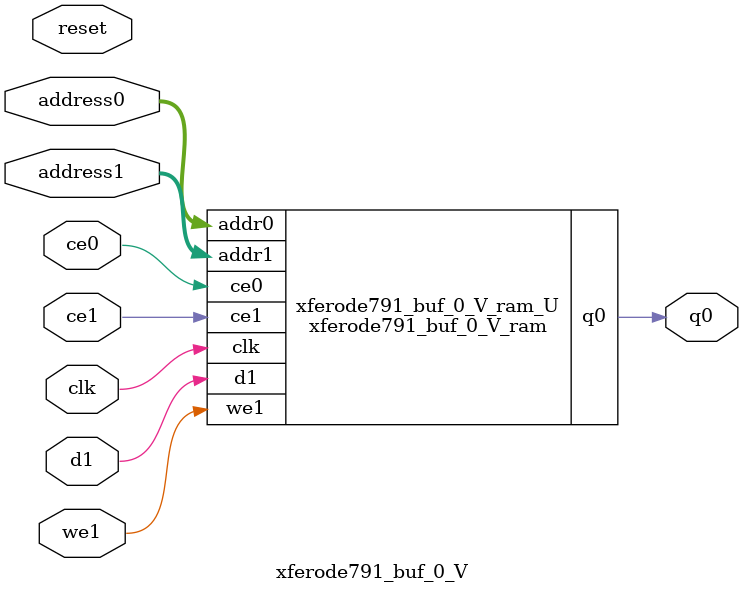
<source format=v>
`timescale 1 ns / 1 ps
module xferode791_buf_0_V_ram (addr0, ce0, q0, addr1, ce1, d1, we1,  clk);

parameter DWIDTH = 1;
parameter AWIDTH = 9;
parameter MEM_SIZE = 320;

input[AWIDTH-1:0] addr0;
input ce0;
output reg[DWIDTH-1:0] q0;
input[AWIDTH-1:0] addr1;
input ce1;
input[DWIDTH-1:0] d1;
input we1;
input clk;

(* ram_style = "block" *)reg [DWIDTH-1:0] ram[0:MEM_SIZE-1];




always @(posedge clk)  
begin 
    if (ce0) begin
        q0 <= ram[addr0];
    end
end


always @(posedge clk)  
begin 
    if (ce1) begin
        if (we1) 
            ram[addr1] <= d1; 
    end
end


endmodule

`timescale 1 ns / 1 ps
module xferode791_buf_0_V(
    reset,
    clk,
    address0,
    ce0,
    q0,
    address1,
    ce1,
    we1,
    d1);

parameter DataWidth = 32'd1;
parameter AddressRange = 32'd320;
parameter AddressWidth = 32'd9;
input reset;
input clk;
input[AddressWidth - 1:0] address0;
input ce0;
output[DataWidth - 1:0] q0;
input[AddressWidth - 1:0] address1;
input ce1;
input we1;
input[DataWidth - 1:0] d1;



xferode791_buf_0_V_ram xferode791_buf_0_V_ram_U(
    .clk( clk ),
    .addr0( address0 ),
    .ce0( ce0 ),
    .q0( q0 ),
    .addr1( address1 ),
    .ce1( ce1 ),
    .we1( we1 ),
    .d1( d1 ));

endmodule


</source>
